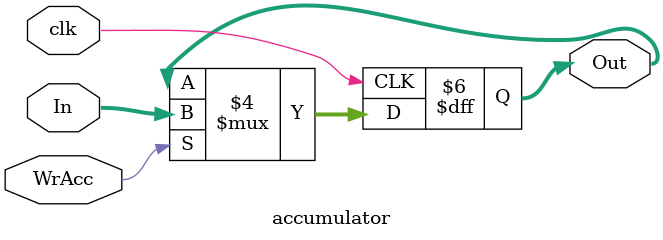
<source format=v>
`timescale 1ns / 1ps


module accumulator #(
	parameter len = 16
	)(
    input [len-1:0] In,
    input clk,
    input WrAcc,
    output reg [len-1:0] Out = 0
    );

	always @(posedge clk)
	begin
		if (WrAcc) begin
			Out = In;
		end
	end

endmodule

</source>
